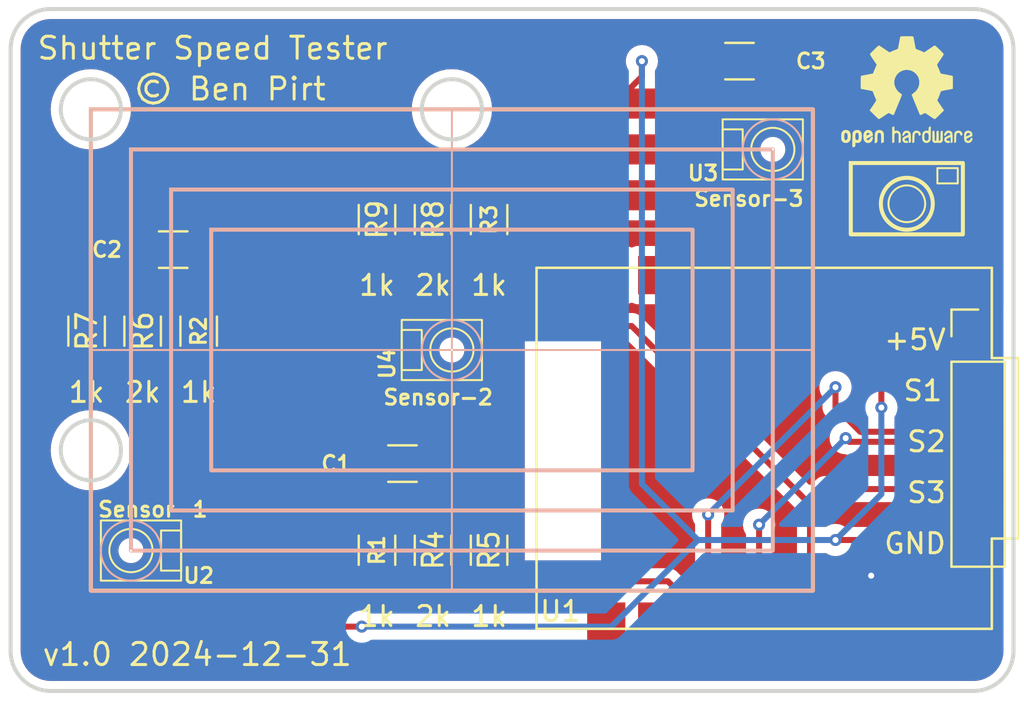
<source format=kicad_pcb>
(kicad_pcb (version 20240108) (generator "pcbnew") (generator_version "8.0")
  (layers (0 "F.Cu" signal) (31 "B.Cu" signal) (34 "B.Paste" user) (35 "F.Paste" user) (36 "B.SilkS" user "B.Silkscreen") (37 "F.SilkS" user "F.Silkscreen") (38 "B.Mask" user) (39 "F.Mask" user) (44 "Edge.Cuts" user))
  (net 0 "")
  (net 1 "SENSOR_1")
  (net 2 "GND")
  (net 3 "SENSOR_2")
  (net 4 "SENSOR_3")
  (net 5 "+5V")
  (net 17 "Net-(U2-OUT)")
  (net 18 "Net-(U4-OUT)")
  (net 19 "Net-(U3-OUT)")
  (footprint "Connector_PinHeader_2.54mm:PinHeader_1x05_P2.54mm_Vertical" (layer "F.Cu") (at 126.238 99.314)
    (property "Reference" "J1" (hide yes))
    (property "Value" "Conn_01x05_Pin" (hide yes))
    (pad "1" smd rect (at 0 0) (size 2.5 1.7) (layers "F.Cu" "F.Paste" "F.Mask") (net 5 "+5V"))
    (pad "2" smd rect (at 0 2.54) (size 2.5 1.7) (layers "F.Cu" "F.Paste" "F.Mask") (net 1 "SENSOR_1"))
    (pad "3" smd rect (at 0 5.08) (size 2.5 1.7) (layers "F.Cu" "F.Paste" "F.Mask") (net 3 "SENSOR_2"))
    (pad "4" smd rect (at 0 7.62) (size 2.5 1.7) (layers "F.Cu" "F.Paste" "F.Mask") (net 4 "SENSOR_3"))
    (pad "5" smd rect (at 0 10.16) (size 2.5 1.7) (layers "F.Cu" "F.Paste" "F.Mask") (net 2 "GND"))
  )
  (footprint "Resistor_SMD:R_1206_3216Metric_Pad1.30x1.75mm_HandSolder" (layer "F.Cu") (at 81.788 99.06 -90)
    (property "Reference" "R7" (at 0 0 90) (layer "F.SilkS"))
    (property "Value" "1k" (at 3.048 0 180) (layer "F.SilkS"))
    (pad "1" smd roundrect (at -1.55 0 270) (size 1.3 1.75) (layers "F.Cu" "F.Paste" "F.Mask") (roundrect_rratio 0.192308) (net 2 "GND"))
    (pad "2" smd roundrect (at 1.55 0 270) (size 1.3 1.75) (layers "F.Cu" "F.Paste" "F.Mask") (roundrect_rratio 0.192308) (net 3 "SENSOR_2"))
  )
  (footprint "Resistor_SMD:R_1206_3216Metric_Pad1.30x1.75mm_HandSolder" (layer "F.Cu") (at 84.582 99.06 90)
    (property "Reference" "R6" (at 0 0 90) (layer "F.SilkS"))
    (property "Value" "2k" (at -3.048 0 180) (layer "F.SilkS"))
    (pad "1" smd roundrect (at -1.55 0 90) (size 1.3 1.75) (layers "F.Cu" "F.Paste" "F.Mask") (roundrect_rratio 0.192308) (net 3 "SENSOR_2"))
    (pad "2" smd roundrect (at 1.55 0 90) (size 1.3 1.75) (layers "F.Cu" "F.Paste" "F.Mask") (roundrect_rratio 0.192308) (net 18 "Net-(U4-OUT)"))
  )
  (footprint "Capacitor_SMD:C_1206_3216Metric_Pad1.33x1.80mm_HandSolder" (layer "F.Cu") (at 114.3385 85.598 180)
    (property "Reference" "C3" (at -3.556 0 360) (layer "F.SilkS") (effects (font (size 0.75 0.75))))
    (property "Value" "C")
    (pad "1" smd roundrect (at -1.5625 0 180) (size 1.325 1.8) (layers "F.Cu" "F.Paste" "F.Mask") (roundrect_rratio 0.188679) (net 2 "GND"))
    (pad "2" smd roundrect (at 1.5625 0 180) (size 1.325 1.8) (layers "F.Cu" "F.Paste" "F.Mask") (roundrect_rratio 0.188679) (net 19 "Net-(U3-OUT)"))
  )
  (footprint "Capacitor_SMD:C_1206_3216Metric_Pad1.33x1.80mm_HandSolder" (layer "F.Cu") (at 86.106 94.996 180)
    (property "Reference" "C2" (at 3.302 0 180) (layer "F.SilkS") (effects (font (size 0.75 0.75))))
    (property "Value" "C")
    (pad "1" smd roundrect (at -1.5625 0 180) (size 1.325 1.8) (layers "F.Cu" "F.Paste" "F.Mask") (roundrect_rratio 0.188679) (net 2 "GND"))
    (pad "2" smd roundrect (at 1.5625 0 180) (size 1.325 1.8) (layers "F.Cu" "F.Paste" "F.Mask") (roundrect_rratio 0.188679) (net 18 "Net-(U4-OUT)"))
  )
  (footprint "Resistor_SMD:R_1206_3216Metric_Pad1.30x1.75mm_HandSolder" (layer "F.Cu") (at 87.376 99.06 -90)
    (property "Reference" "R2" (at 0 0 90) (layer "F.SilkS") (effects (font (size 0.75 0.75))))
    (property "Value" "1k" (at 3.048 0 180) (layer "F.SilkS"))
    (pad "1" smd roundrect (at -1.55 0 270) (size 1.3 1.75) (layers "F.Cu" "F.Paste" "F.Mask") (roundrect_rratio 0.192308) (net 5 "+5V"))
    (pad "2" smd roundrect (at 1.55 0 270) (size 1.3 1.75) (layers "F.Cu" "F.Paste" "F.Mask") (roundrect_rratio 0.192308) (net 18 "Net-(U4-OUT)"))
  )
  (footprint "Resistor_SMD:R_1206_3216Metric_Pad1.30x1.75mm_HandSolder" (layer "F.Cu") (at 101.854 109.982 -90)
    (property "Reference" "R5" (at 0 0 90) (layer "F.SilkS"))
    (property "Value" "1k" (at 3.302 0 180) (layer "F.SilkS"))
    (pad "1" smd roundrect (at -1.55 0 270) (size 1.3 1.75) (layers "F.Cu" "F.Paste" "F.Mask") (roundrect_rratio 0.192308) (net 2 "GND"))
    (pad "2" smd roundrect (at 1.55 0 270) (size 1.3 1.75) (layers "F.Cu" "F.Paste" "F.Mask") (roundrect_rratio 0.192308) (net 1 "SENSOR_1"))
  )
  (footprint "Resistor_SMD:R_1206_3216Metric_Pad1.30x1.75mm_HandSolder" (layer "F.Cu") (at 99.06 109.982 90)
    (property "Reference" "R4" (at 0 0 90) (layer "F.SilkS"))
    (property "Value" "2k" (at -3.302 0 180) (layer "F.SilkS"))
    (pad "1" smd roundrect (at -1.55 0 90) (size 1.3 1.75) (layers "F.Cu" "F.Paste" "F.Mask") (roundrect_rratio 0.192308) (net 1 "SENSOR_1"))
    (pad "2" smd roundrect (at 1.55 0 90) (size 1.3 1.75) (layers "F.Cu" "F.Paste" "F.Mask") (roundrect_rratio 0.192308) (net 17 "Net-(U2-OUT)"))
  )
  (footprint "Symbol:OSHW-Logo2_7.3x6mm_SilkScreen" (layer "F.Cu") (at 122.682 87.122)
    (property "Reference" "REF**" (hide yes))
    (property "Value" "OSHW-Logo2_7.3x6mm_SilkScreen" (hide yes))
  )
  (footprint "OptoDevice:Sharp_IS485_Flat_Mount" (layer "F.Cu") (at 100 100 90)
    (property "Reference" "U4" (at -0.686 -3.226 90) (layer "F.SilkS") (effects (font (size 0.75 0.75))))
    (property "Value" "Sensor-2" (at -2.362 -0.686 180) (layer "F.SilkS") (effects (font (size 0.75 0.75))))
    (pad "" np_thru_hole circle (at 0 0 90) (size 0.1 0.1) (drill 0.75) (layers "F&B.Cu" "*.Mask"))
    (pad "1" smd roundrect (at -2.286 -7.874 90) (size 1.5 5) (layers "F.Cu" "F.Paste" "F.Mask") (roundrect_rratio 0.208) (net 2 "GND"))
    (pad "2" smd roundrect (at 0 -7.874 90) (size 1.5 5) (layers "F.Cu" "F.Paste" "F.Mask") (roundrect_rratio 0.208) (net 18 "Net-(U4-OUT)"))
    (pad "3" smd roundrect (at 2.286 -7.874 90) (size 1.5 5) (layers "F.Cu" "F.Paste" "F.Mask") (roundrect_rratio 0.208) (net 5 "+5V"))
  )
  (footprint "OptoDevice:Sharp_IS485_Flat_Mount" (layer "F.Cu") (at 116 90 90)
    (property "Reference" "U3" (at -1.186 -3.478 0) (layer "F.SilkS") (effects (font (size 0.75 0.75))))
    (property "Value" "Sensor-3" (at -2.456 -1.192 180) (layer "F.SilkS") (effects (font (size 0.75 0.75))))
    (pad "" np_thru_hole circle (at 0 0 90) (size 0.1 0.1) (drill 0.75) (layers "F&B.Cu" "*.Mask"))
    (pad "1" smd roundrect (at -2.286 -7.874 90) (size 1.5 5) (layers "F.Cu" "F.Paste" "F.Mask") (roundrect_rratio 0.208) (net 2 "GND"))
    (pad "2" smd roundrect (at 0 -7.874 90) (size 1.5 5) (layers "F.Cu" "F.Paste" "F.Mask") (roundrect_rratio 0.208) (net 19 "Net-(U3-OUT)"))
    (pad "3" smd roundrect (at 2.286 -7.874 90) (size 1.5 5) (layers "F.Cu" "F.Paste" "F.Mask") (roundrect_rratio 0.208) (net 5 "+5V"))
  )
  (footprint "Resistor_SMD:R_1206_3216Metric_Pad1.30x1.75mm_HandSolder" (layer "F.Cu") (at 96.266 93.498 -90)
    (property "Reference" "R9" (at 0 0 90) (layer "F.SilkS"))
    (property "Value" "1k" (at 3.276 0 180) (layer "F.SilkS"))
    (pad "1" smd roundrect (at -1.55 0 270) (size 1.3 1.75) (layers "F.Cu" "F.Paste" "F.Mask") (roundrect_rratio 0.192308) (net 2 "GND"))
    (pad "2" smd roundrect (at 1.55 0 270) (size 1.3 1.75) (layers "F.Cu" "F.Paste" "F.Mask") (roundrect_rratio 0.192308) (net 4 "SENSOR_3"))
  )
  (footprint "Resistor_SMD:R_1206_3216Metric_Pad1.30x1.75mm_HandSolder" (layer "F.Cu") (at 96.266 109.982 90)
    (property "Reference" "R1" (at 0 0 90) (layer "F.SilkS") (effects (font (size 0.75 0.75))))
    (property "Value" "1k" (at -3.302 0 180) (layer "F.SilkS"))
    (pad "1" smd roundrect (at -1.55 0 90) (size 1.3 1.75) (layers "F.Cu" "F.Paste" "F.Mask") (roundrect_rratio 0.192308) (net 5 "+5V"))
    (pad "2" smd roundrect (at 1.55 0 90) (size 1.3 1.75) (layers "F.Cu" "F.Paste" "F.Mask") (roundrect_rratio 0.192308) (net 17 "Net-(U2-OUT)"))
  )
  (footprint "Resistor_SMD:R_1206_3216Metric_Pad1.30x1.75mm_HandSolder" (layer "F.Cu") (at 101.854 93.498 -90)
    (property "Reference" "R3" (at 0 0 90) (layer "F.SilkS") (effects (font (size 0.75 0.75))))
    (property "Value" "1k" (at 3.276 0 180) (layer "F.SilkS"))
    (pad "1" smd roundrect (at -1.55 0 270) (size 1.3 1.75) (layers "F.Cu" "F.Paste" "F.Mask") (roundrect_rratio 0.192308) (net 5 "+5V"))
    (pad "2" smd roundrect (at 1.55 0 270) (size 1.3 1.75) (layers "F.Cu" "F.Paste" "F.Mask") (roundrect_rratio 0.192308) (net 19 "Net-(U3-OUT)"))
  )
  (footprint "OptoDevice:Sharp_IS485_Flat_Mount" (layer "F.Cu") (at 84 110 -90)
    (property "Reference" "U2" (at 1.252 -3.376 0) (layer "F.SilkS") (effects (font (size 0.75 0.75))))
    (property "Value" "Sensor-1" (at -2.05 -1.09 180) (layer "F.SilkS") (effects (font (size 0.75 0.75))))
    (pad "" np_thru_hole circle (at 0 0 270) (size 0.1 0.1) (drill 0.75) (layers "F&B.Cu" "*.Mask"))
    (pad "1" smd roundrect (at -2.286 -7.874 270) (size 1.5 5) (layers "F.Cu" "F.Paste" "F.Mask") (roundrect_rratio 0.208) (net 2 "GND"))
    (pad "2" smd roundrect (at 0 -7.874 270) (size 1.5 5) (layers "F.Cu" "F.Paste" "F.Mask") (roundrect_rratio 0.208) (net 17 "Net-(U2-OUT)"))
    (pad "3" smd roundrect (at 2.286 -7.874 270) (size 1.5 5) (layers "F.Cu" "F.Paste" "F.Mask") (roundrect_rratio 0.208) (net 5 "+5V"))
  )
  (footprint "Resistor_SMD:R_1206_3216Metric_Pad1.30x1.75mm_HandSolder" (layer "F.Cu") (at 99.06 93.498 90)
    (property "Reference" "R8" (at 0 0 90) (layer "F.SilkS"))
    (property "Value" "2k" (at -3.276 0 180) (layer "F.SilkS"))
    (pad "1" smd roundrect (at -1.55 0 90) (size 1.3 1.75) (layers "F.Cu" "F.Paste" "F.Mask") (roundrect_rratio 0.192308) (net 4 "SENSOR_3"))
    (pad "2" smd roundrect (at 1.55 0 90) (size 1.3 1.75) (layers "F.Cu" "F.Paste" "F.Mask") (roundrect_rratio 0.192308) (net 19 "Net-(U3-OUT)"))
  )
  (footprint "ESP32-C3_SUPERMINI:MODULE_ESP32-C3_SUPERMINI_SMT" (layer "F.Cu") (at 115.57 104.902 -90)
    (property "Reference" "U1" (at 8.128 10.16 180) (layer "F.SilkS"))
    (property "Value" "ESP32-C3_SUPERMINI")
    (pad "0" smd rect (at 8.636 7.874 270) (size 1.905 1.905) (layers "F.Cu" "F.Paste" "F.Mask"))
    (pad "1" smd rect (at 8.636 5.334 270) (size 1.905 1.905) (layers "F.Cu" "F.Paste" "F.Mask"))
    (pad "2" smd rect (at 8.636 2.794 270) (size 1.905 1.905) (layers "F.Cu" "F.Paste" "F.Mask") (net 1 "SENSOR_1"))
    (pad "3" smd rect (at 8.636 0.254 270) (size 1.905 1.905) (layers "F.Cu" "F.Paste" "F.Mask") (net 3 "SENSOR_2"))
    (pad "3.3" smd rect (at 8.636 -4.826 270) (size 1.905 1.905) (layers "F.Cu" "F.Paste" "F.Mask"))
    (pad "4" smd rect (at 8.636 -2.286 270) (size 1.905 1.905) (layers "F.Cu" "F.Paste" "F.Mask") (net 4 "SENSOR_3"))
    (pad "5" smd rect (at -8.636 -9.906 270) (size 1.905 1.905) (layers "F.Cu" "F.Paste" "F.Mask"))
    (pad "5V" smd rect (at 8.636 -9.906 270) (size 1.905 1.905) (layers "F.Cu" "F.Paste" "F.Mask") (net 5 "+5V"))
    (pad "6" smd rect (at -8.636 -7.366 270) (size 1.905 1.905) (layers "F.Cu" "F.Paste" "F.Mask"))
    (pad "7" smd rect (at -8.636 -4.826 270) (size 1.905 1.905) (layers "F.Cu" "F.Paste" "F.Mask"))
    (pad "8" smd rect (at -8.636 -2.286 270) (size 1.905 1.905) (layers "F.Cu" "F.Paste" "F.Mask"))
    (pad "9" smd rect (at -8.636 0.254 270) (size 1.905 1.905) (layers "F.Cu" "F.Paste" "F.Mask"))
    (pad "10" smd rect (at -8.636 2.794 270) (size 1.905 1.905) (layers "F.Cu" "F.Paste" "F.Mask"))
    (pad "20" smd rect (at -8.636 5.334 270) (size 1.905 1.905) (layers "F.Cu" "F.Paste" "F.Mask"))
    (pad "21" smd rect (at -8.636 7.874 270) (size 1.905 1.905) (layers "F.Cu" "F.Paste" "F.Mask"))
    (pad "G" smd rect (at 8.636 -7.366 270) (size 1.905 1.905) (layers "F.Cu" "F.Paste" "F.Mask") (net 2 "GND"))
    (zone (net 0) (net_name "") (layers "F&B.Cu") (connect_pads (clearance 0)) (min_thickness 0.25)
      (keepout (tracks not_allowed) (vias not_allowed) (pads not_allowed) (copperpour not_allowed) (footprints allowed))
      (fill (thermal_gap 0.5) (thermal_bridge_width 0.5))
      (polygon (pts (xy 107.442 99.568) (xy 107.442 110.49) (xy 103.632 110.49) (xy 103.632 99.568)))
    )
  )
  (footprint "Capacitor_SMD:C_1206_3216Metric_Pad1.33x1.80mm_HandSolder" (layer "F.Cu") (at 97.536 105.664 180)
    (property "Reference" "C1" (at 3.302 0 360) (layer "F.SilkS") (effects (font (size 0.75 0.75))))
    (property "Value" "C")
    (pad "1" smd roundrect (at -1.5625 0 180) (size 1.325 1.8) (layers "F.Cu" "F.Paste" "F.Mask") (roundrect_rratio 0.188679) (net 2 "GND"))
    (pad "2" smd roundrect (at 1.5625 0 180) (size 1.325 1.8) (layers "F.Cu" "F.Paste" "F.Mask") (roundrect_rratio 0.188679) (net 17 "Net-(U2-OUT)"))
  )
  (gr_rect (start 86 92) (end 114 108) (stroke (width 0.2)) (fill none) (layer "B.SilkS"))
  (gr_line (start 82 100) (end 118 100) (stroke (width 0.1)) (layer "B.SilkS"))
  (gr_rect (start 84 90) (end 116 110) (stroke (width 0.2)) (fill none) (layer "B.SilkS"))
  (gr_rect (start 82 88) (end 118 112) (stroke (width 0.2)) (fill none) (layer "B.SilkS"))
  (gr_circle (center 100 100) (end 101.5 100) (stroke (width 0.1)) (fill none) (layer "B.SilkS"))
  (gr_line (start 100 88) (end 100 112) (stroke (width 0.1)) (layer "B.SilkS"))
  (gr_circle (center 84 110) (end 85.5 110) (stroke (width 0.1)) (fill none) (layer "B.SilkS"))
  (gr_circle (center 116 90) (end 117.5 90) (stroke (width 0.1)) (fill none) (layer "B.SilkS"))
  (gr_rect (start 88 94) (end 112 106) (stroke (width 0.2)) (fill none) (layer "B.SilkS"))
  (gr_circle (center 122.682 92.71) (end 122.682 94.005151) (stroke (width 0.2)) (fill none) (layer "F.SilkS"))
  (gr_rect (start 124.206 90.932) (end 125.222 91.694) (stroke (width 0.1)) (fill none) (layer "F.SilkS"))
  (gr_rect (start 119.888 90.678) (end 125.476 94.234) (stroke (width 0.2)) (fill none) (layer "F.SilkS"))
  (gr_circle (center 122.682 92.71) (end 123.19 93.472) (stroke (width 0.1)) (fill none) (layer "F.SilkS"))
  (gr_rect (start 82 88) (end 118 112) (stroke (width 0.2)) (fill none) (layer "F.SilkS"))
  (gr_circle (center 82 88) (end 83.5 88) (stroke (width 0.2)) (fill none) (layer "Edge.Cuts"))
  (gr_line (start 78 85) (end 78 115) (stroke (width 0.2)) (layer "Edge.Cuts"))
  (gr_line (start 80 117) (end 126 117) (stroke (width 0.2)) (layer "Edge.Cuts"))
  (gr_circle (center 100 88) (end 101.5 88) (stroke (width 0.2)) (fill none) (layer "Edge.Cuts"))
  (gr_line (start 128 85) (end 128 115) (stroke (width 0.2)) (layer "Edge.Cuts"))
  (gr_arc (start 78 85) (mid 78.585786 83.585786) (end 80 83) (stroke (width 0.2)) (layer "Edge.Cuts"))
  (gr_line (start 80 83) (end 126 83) (stroke (width 0.2)) (layer "Edge.Cuts"))
  (gr_arc (start 80 117) (mid 78.585786 116.414214) (end 78 115) (stroke (width 0.2)) (layer "Edge.Cuts"))
  (gr_arc (start 128 115) (mid 127.414214 116.414214) (end 126 117) (stroke (width 0.2)) (layer "Edge.Cuts"))
  (gr_arc (start 126 83) (mid 127.414214 83.585786) (end 128 85) (stroke (width 0.2)) (layer "Edge.Cuts"))
  (gr_circle (center 82 105) (end 83.5 105) (stroke (width 0.2)) (fill none) (layer "Edge.Cuts"))
  (gr_text "S1" (at 122.428 102.616 0) (layer "F.SilkS") (effects (font (size 1 1)) (justify left bottom)))
  (gr_text "GND" (at 124.714 110.236 0) (layer "F.SilkS") (effects (font (size 1 1)) (justify right bottom)))
  (gr_text "v1.0 2024-12-31" (at 79.502 115.824 0) (layer "F.SilkS") (effects (font (size 1.1 1.1)) (justify left bottom)))
  (gr_text "S3" (at 124.714 107.696 0) (layer "F.SilkS") (effects (font (size 1 1)) (justify right bottom)))
  (gr_text "S2" (at 124.714 105.156 0) (layer "F.SilkS") (effects (font (size 1 1)) (justify right bottom)))
  (gr_text "© Ben Pirt" (at 84.074 87.63 0) (layer "F.SilkS") (effects (font (size 1.1 1.1)) (justify left bottom)))
  (gr_text "Shutter Speed Tester" (at 79.248 85.598 0) (layer "F.SilkS") (effects (font (size 1.1 1.1)) (justify left bottom)))
  (gr_text "+5V" (at 124.714 100.076 0) (layer "F.SilkS") (effects (font (size 1 1)) (justify right bottom)))
  (segment (start 126.238 101.854) (end 125.838 101.854) (width 0.3) (layer "F.Cu") (net 1))
  (segment (start 101.854 111.532) (end 110.77 111.532) (width 0.3) (layer "F.Cu") (net 1))
  (segment (start 112.776 113.538) (end 112.776 108.204014) (width 0.3) (layer "F.Cu") (net 1))
  (segment (start 119.126 102.84395) (end 119.126 101.854) (width 0.3) (layer "F.Cu") (net 1))
  (segment (start 99.06 111.532) (end 101.854 111.532) (width 0.3) (layer "F.Cu") (net 1))
  (segment (start 123.614 104.078) (end 120.36005 104.078) (width 0.3) (layer "F.Cu") (net 1))
  (segment (start 120.36005 104.078) (end 119.126 102.84395) (width 0.3) (layer "F.Cu") (net 1))
  (segment (start 125.838 101.854) (end 123.614 104.078) (width 0.3) (layer "F.Cu") (net 1))
  (segment (start 110.77 111.532) (end 112.776 113.538) (width 0.3) (layer "F.Cu") (net 1))
  (segment (start 112.776 108.204014) (end 112.775993 108.204007) (width 0.3) (layer "F.Cu") (net 1))
  (via (at 119.126 101.854) (size 0.6) (drill 0.3) (layers "F.Cu" "B.Cu") (net 1))
  (via (at 112.775993 108.204007) (size 0.6) (drill 0.3) (layers "F.Cu" "B.Cu") (net 1))
  (segment (start 112.775993 108.204007) (end 119.126 101.854) (width 0.3) (layer "B.Cu") (net 1))
  (segment (start 122.936 113.284) (end 120.904 111.252) (width 0.3) (layer "F.Cu") (net 2))
  (segment (start 122.936 113.538) (end 122.936 113.284) (width 0.3) (layer "F.Cu") (net 2))
  (via (at 120.904 111.252) (size 0.6) (drill 0.3) (layers "F.Cu" "B.Cu") (net 2))
  (segment (start 126.238 104.394) (end 126.054 104.578) (width 0.3) (layer "F.Cu") (net 3))
  (segment (start 119.817996 104.578) (end 119.633996 104.394) (width 0.3) (layer "F.Cu") (net 3))
  (segment (start 84.582 100.61) (end 87.63 103.658) (width 0.3) (layer "F.Cu") (net 3))
  (segment (start 126.054 104.578) (end 119.817996 104.578) (width 0.3) (layer "F.Cu") (net 3))
  (segment (start 115.316 114.3) (end 115.316 113.538) (width 0.3) (layer "F.Cu") (net 3))
  (segment (start 87.63 103.658) (end 87.63 114.554) (width 0.3) (layer "F.Cu") (net 3))
  (segment (start 88.392 115.316) (end 114.3 115.316) (width 0.3) (layer "F.Cu") (net 3))
  (segment (start 84.582 100.61) (end 81.788 100.61) (width 0.3) (layer "F.Cu") (net 3))
  (segment (start 114.3 115.316) (end 115.316 114.3) (width 0.3) (layer "F.Cu") (net 3))
  (segment (start 87.63 114.554) (end 88.392 115.316) (width 0.3) (layer "F.Cu") (net 3))
  (segment (start 115.316 113.538) (end 115.316 108.712) (width 0.3) (layer "F.Cu") (net 3))
  (via (at 115.316 108.712) (size 0.6) (drill 0.3) (layers "F.Cu" "B.Cu") (net 3))
  (via (at 119.633996 104.394) (size 0.6) (drill 0.3) (layers "F.Cu" "B.Cu") (net 3))
  (segment (start 115.316 108.712) (end 119.633996 104.394004) (width 0.3) (layer "B.Cu") (net 3))
  (segment (start 119.633996 104.394004) (end 119.633996 104.394) (width 0.3) (layer "B.Cu") (net 3))
  (segment (start 117.856 107.696) (end 117.856 113.538) (width 0.3) (layer "F.Cu") (net 4))
  (segment (start 99.06 95.048) (end 96.266 95.048) (width 0.3) (layer "F.Cu") (net 4))
  (segment (start 118.618 106.934) (end 117.856 107.696) (width 0.3) (layer "F.Cu") (net 4))
  (segment (start 126.238 106.934) (end 118.618 106.934) (width 0.3) (layer "F.Cu") (net 4))
  (segment (start 99.06 95.048) (end 99.06 95.25) (width 0.3) (layer "F.Cu") (net 4))
  (segment (start 99.06 95.25) (end 102.616 98.806) (width 0.3) (layer "F.Cu") (net 4))
  (segment (start 108.966 98.806) (end 117.856 107.696) (width 0.3) (layer "F.Cu") (net 4))
  (segment (start 102.616 98.806) (end 108.966 98.806) (width 0.3) (layer "F.Cu") (net 4))
  (segment (start 87.58 97.714) (end 87.376 97.51) (width 0.3) (layer "F.Cu") (net 5))
  (segment (start 93.38 113.792) (end 95.504 113.792) (width 0.3) (layer "F.Cu") (net 5))
  (segment (start 121.412 109.474) (end 119.126 109.474) (width 0.3) (layer "F.Cu") (net 5))
  (segment (start 125.476 113.538) (end 121.412 109.474) (width 0.3) (layer "F.Cu") (net 5))
  (segment (start 106.088 87.714) (end 101.854 91.948) (width 0.3) (layer "F.Cu") (net 5))
  (segment (start 95.512 112.286) (end 96.266 111.532) (width 0.3) (layer "F.Cu") (net 5))
  (segment (start 92.126 97.714) (end 87.58 97.714) (width 0.3) (layer "F.Cu") (net 5))
  (segment (start 100.076 90.17) (end 95.25 90.17) (width 0.3) (layer "F.Cu") (net 5))
  (segment (start 101.854 91.948) (end 100.076 90.17) (width 0.3) (layer "F.Cu") (net 5))
  (segment (start 108.126 87.714) (end 106.088 87.714) (width 0.3) (layer "F.Cu") (net 5))
  (segment (start 126.238 99.314) (end 123.952 99.314) (width 0.3) (layer "F.Cu") (net 5))
  (segment (start 92.126 93.294) (end 92.126 97.714) (width 0.3) (layer "F.Cu") (net 5))
  (segment (start 121.41201 101.85399) (end 121.41201 102.87) (width 0.3) (layer "F.Cu") (net 5))
  (segment (start 95.25 90.17) (end 92.126 93.294) (width 0.3) (layer "F.Cu") (net 5))
  (segment (start 91.874 112.286) (end 93.38 113.792) (width 0.3) (layer "F.Cu") (net 5))
  (segment (start 109.474 86.366) (end 108.126 87.714) (width 0.3) (layer "F.Cu") (net 5))
  (segment (start 123.952 99.314) (end 121.41201 101.85399) (width 0.3) (layer "F.Cu") (net 5))
  (segment (start 109.474 85.598) (end 109.474 86.366) (width 0.3) (layer "F.Cu") (net 5))
  (segment (start 91.874 112.286) (end 95.512 112.286) (width 0.3) (layer "F.Cu") (net 5))
  (via (at 119.126 109.474) (size 0.6) (drill 0.3) (layers "F.Cu" "B.Cu") (net 5))
  (via (at 95.504 113.792) (size 0.6) (drill 0.3) (layers "F.Cu" "B.Cu") (net 5))
  (via (at 109.474 85.598) (size 0.6) (drill 0.3) (layers "F.Cu" "B.Cu") (net 5))
  (via (at 121.41201 102.87) (size 0.6) (drill 0.3) (layers "F.Cu" "B.Cu") (net 5))
  (segment (start 112.268 109.474) (end 109.474 106.68) (width 0.3) (layer "B.Cu") (net 5))
  (segment (start 107.95 113.792) (end 112.268 109.474) (width 0.3) (layer "B.Cu") (net 5))
  (segment (start 121.41201 107.18799) (end 119.126 109.474) (width 0.3) (layer "B.Cu") (net 5))
  (segment (start 112.268 109.474) (end 119.126 109.474) (width 0.3) (layer "B.Cu") (net 5))
  (segment (start 121.41201 102.87) (end 121.41201 107.18799) (width 0.3) (layer "B.Cu") (net 5))
  (segment (start 109.474 106.68) (end 109.474 85.598) (width 0.3) (layer "B.Cu") (net 5))
  (segment (start 95.504 113.792) (end 107.95 113.792) (width 0.3) (layer "B.Cu") (net 5))
  (segment (start 96.266 108.432) (end 99.06 108.432) (width 0.3) (layer "F.Cu") (net 17))
  (segment (start 96.266 105.9565) (end 95.9735 105.664) (width 0.3) (layer "F.Cu") (net 17))
  (segment (start 91.874 110) (end 94.698 110) (width 0.3) (layer "F.Cu") (net 17))
  (segment (start 94.698 110) (end 96.266 108.432) (width 0.3) (layer "F.Cu") (net 17))
  (segment (start 96.266 108.432) (end 96.266 105.9565) (width 0.3) (layer "F.Cu") (net 17))
  (segment (start 84.582 95.0345) (end 84.5435 94.996) (width 0.3) (layer "F.Cu") (net 18))
  (segment (start 87.376 100.61) (end 87.376 100.304) (width 0.3) (layer "F.Cu") (net 18))
  (segment (start 84.582 97.51) (end 84.582 95.0345) (width 0.3) (layer "F.Cu") (net 18))
  (segment (start 87.986 100) (end 87.376 100.61) (width 0.3) (layer "F.Cu") (net 18))
  (segment (start 92.126 100) (end 87.986 100) (width 0.3) (layer "F.Cu") (net 18))
  (segment (start 87.376 100.304) (end 84.582 97.51) (width 0.3) (layer "F.Cu") (net 18))
  (segment (start 101.854 95.048) (end 99.06 92.254) (width 0.3) (layer "F.Cu") (net 19))
  (segment (start 99.06 92.254) (end 99.06 91.948) (width 0.3) (layer "F.Cu") (net 19))
  (segment (start 108.126 90) (end 105.834 90) (width 0.3) (layer "F.Cu") (net 19))
  (segment (start 104.14 91.694) (end 104.14 92.762) (width 0.3) (layer "F.Cu") (net 19))
  (segment (start 111.168 90) (end 112.776 88.392) (width 0.3) (layer "F.Cu") (net 19))
  (segment (start 104.14 92.762) (end 102.207553 94.694447) (width 0.3) (layer "F.Cu") (net 19))
  (segment (start 112.776 88.392) (end 112.776 85.598) (width 0.3) (layer "F.Cu") (net 19))
  (segment (start 108.126 90) (end 111.168 90) (width 0.3) (layer "F.Cu") (net 19))
  (segment (start 105.834 90) (end 104.14 91.694) (width 0.3) (layer "F.Cu") (net 19))
  (zone (net 2) (net_name "GND") (layers "F&B.Cu") (connect_pads (clearance 0.5)) (min_thickness 0.25) (fill yes (thermal_gap 0.5) (thermal_bridge_width 0.5))
    (polygon (pts (xy 77.47 82.55) (xy 128.524 82.55) (xy 128.524 118.11) (xy 77.47 118.11)))
  )
)
</source>
